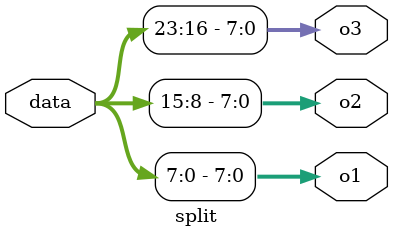
<source format=sv>
module split(input [23:0] data, output [7:0] o1, output [7:0] o2, output [7:0] o3);  
	assign o1 = data[7:0];
	assign o2 = data[15:8];
	assign o3 = data[23:16];
endmodule

</source>
